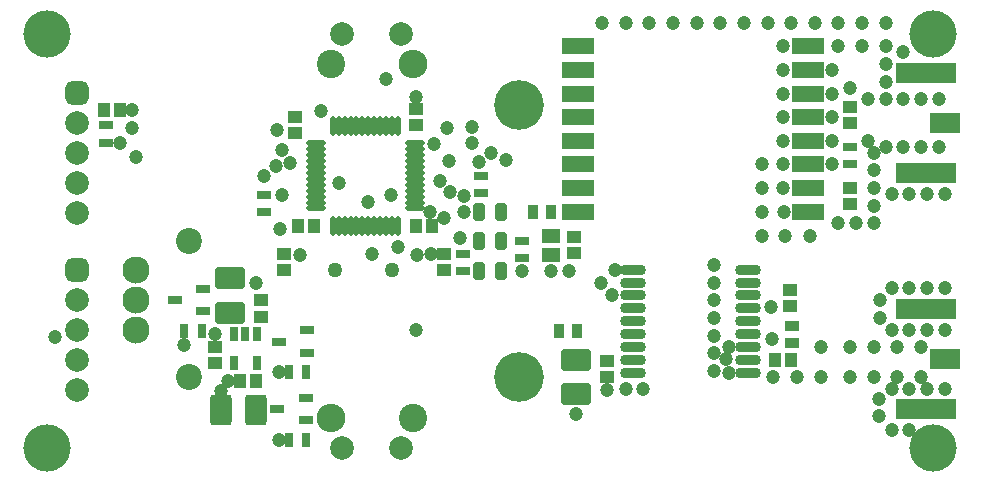
<source format=gts>
G04*
G04 #@! TF.GenerationSoftware,Altium Limited,Altium Designer,18.1.1 (9)*
G04*
G04 Layer_Color=8388736*
%FSLAX42Y42*%
%MOMM*%
G71*
G01*
G75*
G04:AMPARAMS|DCode=10|XSize=1.86mm|YSize=2.62mm|CornerRadius=0.35mm|HoleSize=0mm|Usage=FLASHONLY|Rotation=270.000|XOffset=0mm|YOffset=0mm|HoleType=Round|Shape=RoundedRectangle|*
%AMROUNDEDRECTD10*
21,1,1.86,1.92,0,0,270.0*
21,1,1.16,2.62,0,0,270.0*
1,1,0.70,-0.96,-0.58*
1,1,0.70,-0.96,0.58*
1,1,0.70,0.96,0.58*
1,1,0.70,0.96,-0.58*
%
%ADD10ROUNDEDRECTD10*%
G04:AMPARAMS|DCode=11|XSize=1.86mm|YSize=2.62mm|CornerRadius=0.35mm|HoleSize=0mm|Usage=FLASHONLY|Rotation=0.000|XOffset=0mm|YOffset=0mm|HoleType=Round|Shape=RoundedRectangle|*
%AMROUNDEDRECTD11*
21,1,1.86,1.92,0,0,0.0*
21,1,1.16,2.62,0,0,0.0*
1,1,0.70,0.58,-0.96*
1,1,0.70,-0.58,-0.96*
1,1,0.70,-0.58,0.96*
1,1,0.70,0.58,0.96*
%
%ADD11ROUNDEDRECTD11*%
%ADD12R,1.20X1.00*%
%ADD13R,1.00X1.20*%
%ADD14R,1.22X0.94*%
%ADD15O,1.65X0.50*%
%ADD16O,0.50X1.65*%
%ADD17R,1.15X0.80*%
%ADD18R,0.80X1.20*%
%ADD19R,1.20X0.80*%
%ADD20R,0.80X1.15*%
%ADD21R,0.94X1.22*%
%ADD22R,5.10X1.80*%
%ADD23R,2.55X1.70*%
%ADD24R,1.65X1.20*%
G04:AMPARAMS|DCode=25|XSize=1.06mm|YSize=1.55mm|CornerRadius=0.32mm|HoleSize=0mm|Usage=FLASHONLY|Rotation=0.000|XOffset=0mm|YOffset=0mm|HoleType=Round|Shape=RoundedRectangle|*
%AMROUNDEDRECTD25*
21,1,1.06,0.91,0,0,0.0*
21,1,0.42,1.55,0,0,0.0*
1,1,0.64,0.21,-0.46*
1,1,0.64,-0.21,-0.46*
1,1,0.64,-0.21,0.46*
1,1,0.64,0.21,0.46*
%
%ADD25ROUNDEDRECTD25*%
%ADD26R,2.70X1.40*%
%ADD27O,2.20X0.90*%
%ADD28C,1.26*%
%ADD29C,2.00*%
G04:AMPARAMS|DCode=30|XSize=2mm|YSize=2mm|CornerRadius=0.55mm|HoleSize=0mm|Usage=FLASHONLY|Rotation=270.000|XOffset=0mm|YOffset=0mm|HoleType=Round|Shape=RoundedRectangle|*
%AMROUNDEDRECTD30*
21,1,2.00,0.90,0,0,270.0*
21,1,0.90,2.00,0,0,270.0*
1,1,1.10,-0.45,-0.45*
1,1,1.10,-0.45,0.45*
1,1,1.10,0.45,0.45*
1,1,1.10,0.45,-0.45*
%
%ADD30ROUNDEDRECTD30*%
%ADD31O,2.45X2.40*%
%ADD32C,2.40*%
%ADD33C,2.20*%
%ADD34C,4.20*%
%ADD35C,2.30*%
%ADD36C,1.20*%
%ADD37C,4.00*%
D10*
X1800Y1393D02*
D03*
Y1688D02*
D03*
X4730Y998D02*
D03*
Y703D02*
D03*
D11*
X2017Y570D02*
D03*
X1723D02*
D03*
D12*
X3370Y2983D02*
D03*
Y3117D02*
D03*
X6540Y1588D02*
D03*
Y1452D02*
D03*
X2350Y3048D02*
D03*
Y2912D02*
D03*
X2260Y1895D02*
D03*
Y1760D02*
D03*
X2060Y1362D02*
D03*
Y1498D02*
D03*
X1670Y970D02*
D03*
Y1105D02*
D03*
X7050Y3135D02*
D03*
Y3000D02*
D03*
Y2450D02*
D03*
Y2315D02*
D03*
X4710Y2038D02*
D03*
Y1902D02*
D03*
X3610Y1895D02*
D03*
Y1760D02*
D03*
X4990Y985D02*
D03*
Y850D02*
D03*
D13*
X2508Y2130D02*
D03*
X2373D02*
D03*
X6410Y990D02*
D03*
X6545D02*
D03*
X868Y3110D02*
D03*
X732D02*
D03*
X2017Y820D02*
D03*
X1883D02*
D03*
X3372Y2130D02*
D03*
X3508D02*
D03*
D14*
X6560Y1136D02*
D03*
Y1284D02*
D03*
D15*
X2523Y2277D02*
D03*
Y2327D02*
D03*
Y2377D02*
D03*
Y2427D02*
D03*
Y2477D02*
D03*
Y2527D02*
D03*
Y2577D02*
D03*
Y2627D02*
D03*
Y2677D02*
D03*
Y2727D02*
D03*
Y2777D02*
D03*
Y2827D02*
D03*
X3367D02*
D03*
Y2777D02*
D03*
Y2727D02*
D03*
Y2677D02*
D03*
Y2627D02*
D03*
Y2577D02*
D03*
Y2527D02*
D03*
Y2477D02*
D03*
Y2427D02*
D03*
Y2377D02*
D03*
Y2327D02*
D03*
Y2277D02*
D03*
D16*
X2670Y2975D02*
D03*
X2720D02*
D03*
X2770D02*
D03*
X2820D02*
D03*
X2870D02*
D03*
X2920D02*
D03*
X2970D02*
D03*
X3020D02*
D03*
X3070D02*
D03*
X3120D02*
D03*
X3170D02*
D03*
X3220D02*
D03*
Y2130D02*
D03*
X3170D02*
D03*
X3120D02*
D03*
X3070D02*
D03*
X3020D02*
D03*
X2970D02*
D03*
X2920D02*
D03*
X2870D02*
D03*
X2820D02*
D03*
X2770D02*
D03*
X2720D02*
D03*
X2670D02*
D03*
D17*
X750Y2835D02*
D03*
Y2985D02*
D03*
X4270Y1855D02*
D03*
Y2005D02*
D03*
X2090Y2245D02*
D03*
Y2395D02*
D03*
X7050Y2800D02*
D03*
Y2650D02*
D03*
X3770Y1745D02*
D03*
Y1895D02*
D03*
X3920Y2405D02*
D03*
Y2555D02*
D03*
D18*
X2025Y1210D02*
D03*
X1930D02*
D03*
X1835D02*
D03*
Y970D02*
D03*
X2025D02*
D03*
D19*
X1330Y1500D02*
D03*
X1570Y1595D02*
D03*
Y1405D02*
D03*
X2450Y1055D02*
D03*
Y1245D02*
D03*
X2210Y1150D02*
D03*
X2440Y485D02*
D03*
Y675D02*
D03*
X2200Y580D02*
D03*
D20*
X1410Y1240D02*
D03*
X1560D02*
D03*
X2295Y890D02*
D03*
X2445D02*
D03*
X2295Y320D02*
D03*
X2445D02*
D03*
D21*
X4733Y1240D02*
D03*
X4587D02*
D03*
X4367Y2250D02*
D03*
X4513D02*
D03*
D22*
X7693Y1425D02*
D03*
Y575D02*
D03*
Y2575D02*
D03*
Y3425D02*
D03*
D23*
X7850Y1000D02*
D03*
Y3000D02*
D03*
D24*
X4520Y2040D02*
D03*
Y1880D02*
D03*
D25*
X4094Y2250D02*
D03*
X3906D02*
D03*
Y2000D02*
D03*
X4094D02*
D03*
X3906Y1750D02*
D03*
X4094D02*
D03*
D26*
X6695Y2250D02*
D03*
Y2450D02*
D03*
Y2650D02*
D03*
Y2850D02*
D03*
Y3050D02*
D03*
Y3250D02*
D03*
Y3450D02*
D03*
Y3650D02*
D03*
X4745Y2250D02*
D03*
Y2450D02*
D03*
Y2650D02*
D03*
Y2850D02*
D03*
Y3050D02*
D03*
Y3250D02*
D03*
Y3450D02*
D03*
Y3650D02*
D03*
D27*
X5215Y1760D02*
D03*
Y1650D02*
D03*
Y1540D02*
D03*
Y1430D02*
D03*
Y1320D02*
D03*
Y1210D02*
D03*
Y1100D02*
D03*
Y990D02*
D03*
Y880D02*
D03*
X6185Y1760D02*
D03*
Y1650D02*
D03*
Y1540D02*
D03*
Y1430D02*
D03*
Y1320D02*
D03*
Y1210D02*
D03*
Y1100D02*
D03*
Y990D02*
D03*
Y880D02*
D03*
D28*
X2686Y1760D02*
D03*
X3174D02*
D03*
D29*
X500Y2242D02*
D03*
Y2496D02*
D03*
Y3004D02*
D03*
Y2750D02*
D03*
X3250Y3750D02*
D03*
X2750D02*
D03*
X500Y1250D02*
D03*
Y1504D02*
D03*
Y996D02*
D03*
Y742D02*
D03*
X3250Y250D02*
D03*
X2750D02*
D03*
D30*
X500Y3258D02*
D03*
Y1758D02*
D03*
D31*
X3350Y3500D02*
D03*
X2650Y500D02*
D03*
D32*
X2650Y3500D02*
D03*
X3350Y500D02*
D03*
D33*
X1450Y850D02*
D03*
Y2000D02*
D03*
D34*
X4250Y850D02*
D03*
Y3150D02*
D03*
D35*
X1000Y1246D02*
D03*
Y1754D02*
D03*
Y1500D02*
D03*
D36*
X6710Y2040D02*
D03*
X6500D02*
D03*
X6300D02*
D03*
X3120Y3370D02*
D03*
X7350Y3650D02*
D03*
X7290Y660D02*
D03*
X2720Y2490D02*
D03*
X2970Y2330D02*
D03*
X3160Y2390D02*
D03*
X970Y2960D02*
D03*
Y3110D02*
D03*
X1000Y2710D02*
D03*
X2200Y2940D02*
D03*
X865Y2835D02*
D03*
X2570Y3100D02*
D03*
X3530Y2820D02*
D03*
X3000Y1890D02*
D03*
X320Y1190D02*
D03*
X2240Y2770D02*
D03*
X2190Y2640D02*
D03*
X2310Y2662D02*
D03*
X2240Y2390D02*
D03*
X2220Y2100D02*
D03*
X3780Y2380D02*
D03*
Y2250D02*
D03*
X3615Y2200D02*
D03*
X3750Y2030D02*
D03*
X3660Y2420D02*
D03*
X3495Y2250D02*
D03*
X3505Y1895D02*
D03*
X2090Y2550D02*
D03*
X4140Y2690D02*
D03*
X4010Y2750D02*
D03*
X3850Y2830D02*
D03*
X3845Y2970D02*
D03*
X3650Y2680D02*
D03*
X3640Y2960D02*
D03*
X3910Y2670D02*
D03*
X3580Y2510D02*
D03*
X3370Y3220D02*
D03*
X3220Y1950D02*
D03*
X7150Y3650D02*
D03*
X6950D02*
D03*
X7350Y3850D02*
D03*
X7150D02*
D03*
X6950D02*
D03*
X6750D02*
D03*
X6550D02*
D03*
X6350D02*
D03*
X6150D02*
D03*
X5950D02*
D03*
X5750D02*
D03*
X5550D02*
D03*
X5350D02*
D03*
X5150D02*
D03*
X4950D02*
D03*
X5300Y750D02*
D03*
X5150D02*
D03*
X7500Y3600D02*
D03*
X7350Y3500D02*
D03*
Y3350D02*
D03*
X7800Y3200D02*
D03*
X7650D02*
D03*
X7500D02*
D03*
X7350D02*
D03*
X7200D02*
D03*
X7050Y3300D02*
D03*
X7850Y2400D02*
D03*
X7700D02*
D03*
X7550D02*
D03*
X7400D02*
D03*
X7800Y2800D02*
D03*
X7650D02*
D03*
X7200Y2850D02*
D03*
X7500Y2800D02*
D03*
X7350D02*
D03*
X7250Y2750D02*
D03*
Y2600D02*
D03*
Y2450D02*
D03*
Y2300D02*
D03*
Y2150D02*
D03*
X7100D02*
D03*
X6950D02*
D03*
X6300Y2250D02*
D03*
Y2450D02*
D03*
Y2650D02*
D03*
X6000Y1000D02*
D03*
X5900Y900D02*
D03*
Y1050D02*
D03*
Y1200D02*
D03*
Y1350D02*
D03*
Y1500D02*
D03*
Y1650D02*
D03*
Y1800D02*
D03*
X6480Y2450D02*
D03*
X6900Y3450D02*
D03*
Y3250D02*
D03*
Y3050D02*
D03*
Y2850D02*
D03*
Y2650D02*
D03*
X7290Y520D02*
D03*
X7400Y400D02*
D03*
Y750D02*
D03*
X7550D02*
D03*
Y400D02*
D03*
X7850Y750D02*
D03*
X7700D02*
D03*
X7400Y1250D02*
D03*
X7850D02*
D03*
X7700D02*
D03*
X7550D02*
D03*
X7300Y1350D02*
D03*
Y1500D02*
D03*
X7400Y1600D02*
D03*
X7550D02*
D03*
X7700D02*
D03*
X7850D02*
D03*
X7650Y1100D02*
D03*
X7450D02*
D03*
X7250D02*
D03*
X7050D02*
D03*
X6800D02*
D03*
X7650Y850D02*
D03*
X7450D02*
D03*
X7250D02*
D03*
X7050D02*
D03*
X6800D02*
D03*
X6600D02*
D03*
X6400D02*
D03*
X6390Y1170D02*
D03*
X6380Y1440D02*
D03*
X6020Y1100D02*
D03*
X6020Y880D02*
D03*
X6480Y3650D02*
D03*
X4990Y740D02*
D03*
X4730Y540D02*
D03*
X2210Y320D02*
D03*
X2210Y890D02*
D03*
X1723Y730D02*
D03*
X1780Y820D02*
D03*
X6490Y2250D02*
D03*
X6480Y2650D02*
D03*
X5060Y1760D02*
D03*
X4270Y1750D02*
D03*
X4520D02*
D03*
X4670D02*
D03*
X2390Y1880D02*
D03*
X1410Y1120D02*
D03*
X1670Y1210D02*
D03*
X2020Y1650D02*
D03*
X3375Y1245D02*
D03*
X3380Y1880D02*
D03*
X5030Y1540D02*
D03*
X4940Y1650D02*
D03*
X6480Y2850D02*
D03*
Y3050D02*
D03*
Y3250D02*
D03*
Y3450D02*
D03*
D37*
X250Y250D02*
D03*
Y3750D02*
D03*
X7750Y250D02*
D03*
Y3750D02*
D03*
M02*

</source>
